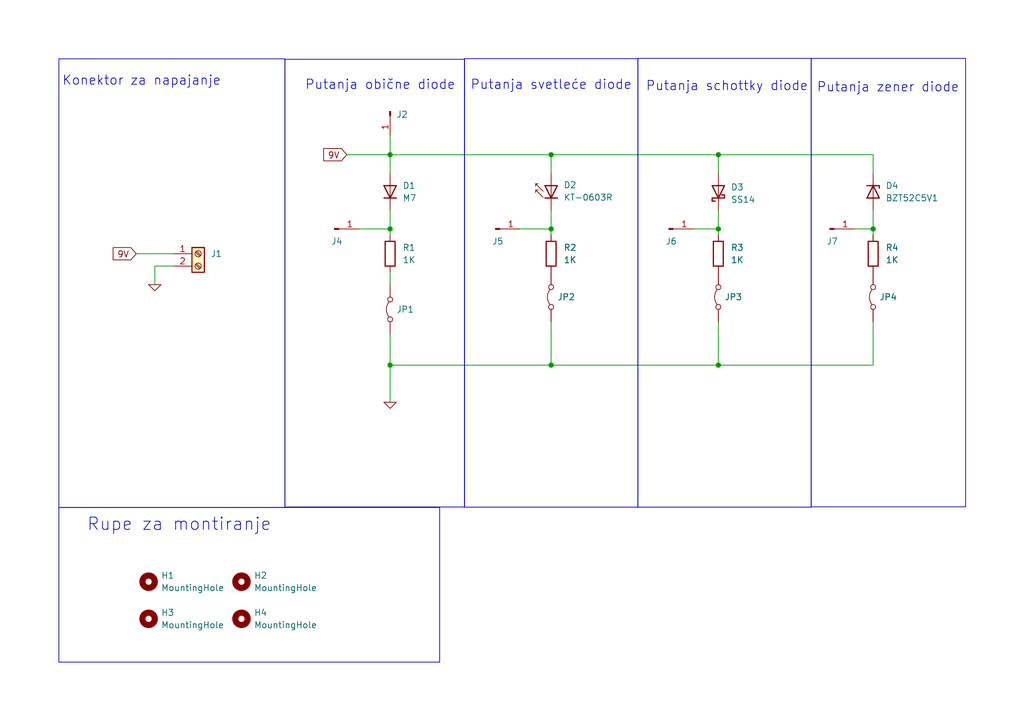
<source format=kicad_sch>
(kicad_sch
	(version 20250114)
	(generator "eeschema")
	(generator_version "9.0")
	(uuid "4bec5ddf-adbf-41fb-a069-c7630bb0044a")
	(paper "A5")
	(title_block
		(title "Diode")
		(rev "v1")
	)
	(lib_symbols
		(symbol "Connector:Conn_01x01_Pin"
			(pin_names
				(offset 1.016)
				(hide yes)
			)
			(exclude_from_sim no)
			(in_bom yes)
			(on_board yes)
			(property "Reference" "J"
				(at 0 2.54 0)
				(effects
					(font
						(size 1.27 1.27)
					)
				)
			)
			(property "Value" "Conn_01x01_Pin"
				(at 0 -2.54 0)
				(effects
					(font
						(size 1.27 1.27)
					)
				)
			)
			(property "Footprint" ""
				(at 0 0 0)
				(effects
					(font
						(size 1.27 1.27)
					)
					(hide yes)
				)
			)
			(property "Datasheet" "~"
				(at 0 0 0)
				(effects
					(font
						(size 1.27 1.27)
					)
					(hide yes)
				)
			)
			(property "Description" "Generic connector, single row, 01x01, script generated"
				(at 0 0 0)
				(effects
					(font
						(size 1.27 1.27)
					)
					(hide yes)
				)
			)
			(property "ki_locked" ""
				(at 0 0 0)
				(effects
					(font
						(size 1.27 1.27)
					)
				)
			)
			(property "ki_keywords" "connector"
				(at 0 0 0)
				(effects
					(font
						(size 1.27 1.27)
					)
					(hide yes)
				)
			)
			(property "ki_fp_filters" "Connector*:*_1x??_*"
				(at 0 0 0)
				(effects
					(font
						(size 1.27 1.27)
					)
					(hide yes)
				)
			)
			(symbol "Conn_01x01_Pin_1_1"
				(rectangle
					(start 0.8636 0.127)
					(end 0 -0.127)
					(stroke
						(width 0.1524)
						(type default)
					)
					(fill
						(type outline)
					)
				)
				(polyline
					(pts
						(xy 1.27 0) (xy 0.8636 0)
					)
					(stroke
						(width 0.1524)
						(type default)
					)
					(fill
						(type none)
					)
				)
				(pin passive line
					(at 5.08 0 180)
					(length 3.81)
					(name "Pin_1"
						(effects
							(font
								(size 1.27 1.27)
							)
						)
					)
					(number "1"
						(effects
							(font
								(size 1.27 1.27)
							)
						)
					)
				)
			)
			(embedded_fonts no)
		)
		(symbol "Connector:Screw_Terminal_01x02"
			(pin_names
				(offset 1.016)
				(hide yes)
			)
			(exclude_from_sim no)
			(in_bom yes)
			(on_board yes)
			(property "Reference" "J"
				(at 0 2.54 0)
				(effects
					(font
						(size 1.27 1.27)
					)
				)
			)
			(property "Value" "Screw_Terminal_01x02"
				(at 0 -5.08 0)
				(effects
					(font
						(size 1.27 1.27)
					)
				)
			)
			(property "Footprint" ""
				(at 0 0 0)
				(effects
					(font
						(size 1.27 1.27)
					)
					(hide yes)
				)
			)
			(property "Datasheet" "~"
				(at 0 0 0)
				(effects
					(font
						(size 1.27 1.27)
					)
					(hide yes)
				)
			)
			(property "Description" "Generic screw terminal, single row, 01x02, script generated (kicad-library-utils/schlib/autogen/connector/)"
				(at 0 0 0)
				(effects
					(font
						(size 1.27 1.27)
					)
					(hide yes)
				)
			)
			(property "ki_keywords" "screw terminal"
				(at 0 0 0)
				(effects
					(font
						(size 1.27 1.27)
					)
					(hide yes)
				)
			)
			(property "ki_fp_filters" "TerminalBlock*:*"
				(at 0 0 0)
				(effects
					(font
						(size 1.27 1.27)
					)
					(hide yes)
				)
			)
			(symbol "Screw_Terminal_01x02_1_1"
				(rectangle
					(start -1.27 1.27)
					(end 1.27 -3.81)
					(stroke
						(width 0.254)
						(type default)
					)
					(fill
						(type background)
					)
				)
				(polyline
					(pts
						(xy -0.5334 0.3302) (xy 0.3302 -0.508)
					)
					(stroke
						(width 0.1524)
						(type default)
					)
					(fill
						(type none)
					)
				)
				(polyline
					(pts
						(xy -0.5334 -2.2098) (xy 0.3302 -3.048)
					)
					(stroke
						(width 0.1524)
						(type default)
					)
					(fill
						(type none)
					)
				)
				(polyline
					(pts
						(xy -0.3556 0.508) (xy 0.508 -0.3302)
					)
					(stroke
						(width 0.1524)
						(type default)
					)
					(fill
						(type none)
					)
				)
				(polyline
					(pts
						(xy -0.3556 -2.032) (xy 0.508 -2.8702)
					)
					(stroke
						(width 0.1524)
						(type default)
					)
					(fill
						(type none)
					)
				)
				(circle
					(center 0 0)
					(radius 0.635)
					(stroke
						(width 0.1524)
						(type default)
					)
					(fill
						(type none)
					)
				)
				(circle
					(center 0 -2.54)
					(radius 0.635)
					(stroke
						(width 0.1524)
						(type default)
					)
					(fill
						(type none)
					)
				)
				(pin passive line
					(at -5.08 0 0)
					(length 3.81)
					(name "Pin_1"
						(effects
							(font
								(size 1.27 1.27)
							)
						)
					)
					(number "1"
						(effects
							(font
								(size 1.27 1.27)
							)
						)
					)
				)
				(pin passive line
					(at -5.08 -2.54 0)
					(length 3.81)
					(name "Pin_2"
						(effects
							(font
								(size 1.27 1.27)
							)
						)
					)
					(number "2"
						(effects
							(font
								(size 1.27 1.27)
							)
						)
					)
				)
			)
			(embedded_fonts no)
		)
		(symbol "Device:R"
			(pin_numbers
				(hide yes)
			)
			(pin_names
				(offset 0)
			)
			(exclude_from_sim no)
			(in_bom yes)
			(on_board yes)
			(property "Reference" "R"
				(at 2.032 0 90)
				(effects
					(font
						(size 1.27 1.27)
					)
				)
			)
			(property "Value" "R"
				(at 0 0 90)
				(effects
					(font
						(size 1.27 1.27)
					)
				)
			)
			(property "Footprint" ""
				(at -1.778 0 90)
				(effects
					(font
						(size 1.27 1.27)
					)
					(hide yes)
				)
			)
			(property "Datasheet" "~"
				(at 0 0 0)
				(effects
					(font
						(size 1.27 1.27)
					)
					(hide yes)
				)
			)
			(property "Description" "Resistor"
				(at 0 0 0)
				(effects
					(font
						(size 1.27 1.27)
					)
					(hide yes)
				)
			)
			(property "ki_keywords" "R res resistor"
				(at 0 0 0)
				(effects
					(font
						(size 1.27 1.27)
					)
					(hide yes)
				)
			)
			(property "ki_fp_filters" "R_*"
				(at 0 0 0)
				(effects
					(font
						(size 1.27 1.27)
					)
					(hide yes)
				)
			)
			(symbol "R_0_1"
				(rectangle
					(start -1.016 -2.54)
					(end 1.016 2.54)
					(stroke
						(width 0.254)
						(type default)
					)
					(fill
						(type none)
					)
				)
			)
			(symbol "R_1_1"
				(pin passive line
					(at 0 3.81 270)
					(length 1.27)
					(name "~"
						(effects
							(font
								(size 1.27 1.27)
							)
						)
					)
					(number "1"
						(effects
							(font
								(size 1.27 1.27)
							)
						)
					)
				)
				(pin passive line
					(at 0 -3.81 90)
					(length 1.27)
					(name "~"
						(effects
							(font
								(size 1.27 1.27)
							)
						)
					)
					(number "2"
						(effects
							(font
								(size 1.27 1.27)
							)
						)
					)
				)
			)
			(embedded_fonts no)
		)
		(symbol "Diode:1N4001"
			(pin_numbers
				(hide yes)
			)
			(pin_names
				(hide yes)
			)
			(exclude_from_sim no)
			(in_bom yes)
			(on_board yes)
			(property "Reference" "D"
				(at 0 2.54 0)
				(effects
					(font
						(size 1.27 1.27)
					)
				)
			)
			(property "Value" "1N4001"
				(at 0 -2.54 0)
				(effects
					(font
						(size 1.27 1.27)
					)
				)
			)
			(property "Footprint" "Diode_THT:D_DO-41_SOD81_P10.16mm_Horizontal"
				(at 0 0 0)
				(effects
					(font
						(size 1.27 1.27)
					)
					(hide yes)
				)
			)
			(property "Datasheet" "http://www.vishay.com/docs/88503/1n4001.pdf"
				(at 0 0 0)
				(effects
					(font
						(size 1.27 1.27)
					)
					(hide yes)
				)
			)
			(property "Description" "50V 1A General Purpose Rectifier Diode, DO-41"
				(at 0 0 0)
				(effects
					(font
						(size 1.27 1.27)
					)
					(hide yes)
				)
			)
			(property "Sim.Device" "D"
				(at 0 0 0)
				(effects
					(font
						(size 1.27 1.27)
					)
					(hide yes)
				)
			)
			(property "Sim.Pins" "1=K 2=A"
				(at 0 0 0)
				(effects
					(font
						(size 1.27 1.27)
					)
					(hide yes)
				)
			)
			(property "ki_keywords" "diode"
				(at 0 0 0)
				(effects
					(font
						(size 1.27 1.27)
					)
					(hide yes)
				)
			)
			(property "ki_fp_filters" "D*DO?41*"
				(at 0 0 0)
				(effects
					(font
						(size 1.27 1.27)
					)
					(hide yes)
				)
			)
			(symbol "1N4001_0_1"
				(polyline
					(pts
						(xy -1.27 1.27) (xy -1.27 -1.27)
					)
					(stroke
						(width 0.254)
						(type default)
					)
					(fill
						(type none)
					)
				)
				(polyline
					(pts
						(xy 1.27 1.27) (xy 1.27 -1.27) (xy -1.27 0) (xy 1.27 1.27)
					)
					(stroke
						(width 0.254)
						(type default)
					)
					(fill
						(type none)
					)
				)
				(polyline
					(pts
						(xy 1.27 0) (xy -1.27 0)
					)
					(stroke
						(width 0)
						(type default)
					)
					(fill
						(type none)
					)
				)
			)
			(symbol "1N4001_1_1"
				(pin passive line
					(at -3.81 0 0)
					(length 2.54)
					(name "K"
						(effects
							(font
								(size 1.27 1.27)
							)
						)
					)
					(number "1"
						(effects
							(font
								(size 1.27 1.27)
							)
						)
					)
				)
				(pin passive line
					(at 3.81 0 180)
					(length 2.54)
					(name "A"
						(effects
							(font
								(size 1.27 1.27)
							)
						)
					)
					(number "2"
						(effects
							(font
								(size 1.27 1.27)
							)
						)
					)
				)
			)
			(embedded_fonts no)
		)
		(symbol "Diode:1N5817"
			(pin_numbers
				(hide yes)
			)
			(pin_names
				(offset 1.016)
				(hide yes)
			)
			(exclude_from_sim no)
			(in_bom yes)
			(on_board yes)
			(property "Reference" "D"
				(at 0 2.54 0)
				(effects
					(font
						(size 1.27 1.27)
					)
				)
			)
			(property "Value" "1N5817"
				(at 0 -2.54 0)
				(effects
					(font
						(size 1.27 1.27)
					)
				)
			)
			(property "Footprint" "Diode_THT:D_DO-41_SOD81_P10.16mm_Horizontal"
				(at 0 -4.445 0)
				(effects
					(font
						(size 1.27 1.27)
					)
					(hide yes)
				)
			)
			(property "Datasheet" "http://www.vishay.com/docs/88525/1n5817.pdf"
				(at 0 0 0)
				(effects
					(font
						(size 1.27 1.27)
					)
					(hide yes)
				)
			)
			(property "Description" "20V 1A Schottky Barrier Rectifier Diode, DO-41"
				(at 0 0 0)
				(effects
					(font
						(size 1.27 1.27)
					)
					(hide yes)
				)
			)
			(property "ki_keywords" "diode Schottky"
				(at 0 0 0)
				(effects
					(font
						(size 1.27 1.27)
					)
					(hide yes)
				)
			)
			(property "ki_fp_filters" "D*DO?41*"
				(at 0 0 0)
				(effects
					(font
						(size 1.27 1.27)
					)
					(hide yes)
				)
			)
			(symbol "1N5817_0_1"
				(polyline
					(pts
						(xy -1.905 0.635) (xy -1.905 1.27) (xy -1.27 1.27) (xy -1.27 -1.27) (xy -0.635 -1.27) (xy -0.635 -0.635)
					)
					(stroke
						(width 0.254)
						(type default)
					)
					(fill
						(type none)
					)
				)
				(polyline
					(pts
						(xy 1.27 1.27) (xy 1.27 -1.27) (xy -1.27 0) (xy 1.27 1.27)
					)
					(stroke
						(width 0.254)
						(type default)
					)
					(fill
						(type none)
					)
				)
				(polyline
					(pts
						(xy 1.27 0) (xy -1.27 0)
					)
					(stroke
						(width 0)
						(type default)
					)
					(fill
						(type none)
					)
				)
			)
			(symbol "1N5817_1_1"
				(pin passive line
					(at -3.81 0 0)
					(length 2.54)
					(name "K"
						(effects
							(font
								(size 1.27 1.27)
							)
						)
					)
					(number "1"
						(effects
							(font
								(size 1.27 1.27)
							)
						)
					)
				)
				(pin passive line
					(at 3.81 0 180)
					(length 2.54)
					(name "A"
						(effects
							(font
								(size 1.27 1.27)
							)
						)
					)
					(number "2"
						(effects
							(font
								(size 1.27 1.27)
							)
						)
					)
				)
			)
			(embedded_fonts no)
		)
		(symbol "Diode:ZYxxx"
			(pin_numbers
				(hide yes)
			)
			(pin_names
				(hide yes)
			)
			(exclude_from_sim no)
			(in_bom yes)
			(on_board yes)
			(property "Reference" "D"
				(at 0 2.54 0)
				(effects
					(font
						(size 1.27 1.27)
					)
				)
			)
			(property "Value" "ZYxxx"
				(at 0 -2.54 0)
				(effects
					(font
						(size 1.27 1.27)
					)
				)
			)
			(property "Footprint" "Diode_THT:D_DO-41_SOD81_P10.16mm_Horizontal"
				(at 0 -4.445 0)
				(effects
					(font
						(size 1.27 1.27)
					)
					(hide yes)
				)
			)
			(property "Datasheet" "https://diotec.com/tl_files/diotec/files/pdf/datasheets/zy1"
				(at 0 0 0)
				(effects
					(font
						(size 1.27 1.27)
					)
					(hide yes)
				)
			)
			(property "Description" "2000mW Zener Diode, DO-41"
				(at 0 0 0)
				(effects
					(font
						(size 1.27 1.27)
					)
					(hide yes)
				)
			)
			(property "ki_keywords" "zener diode"
				(at 0 0 0)
				(effects
					(font
						(size 1.27 1.27)
					)
					(hide yes)
				)
			)
			(property "ki_fp_filters" "D*DO?41*"
				(at 0 0 0)
				(effects
					(font
						(size 1.27 1.27)
					)
					(hide yes)
				)
			)
			(symbol "ZYxxx_0_1"
				(polyline
					(pts
						(xy -1.27 -1.27) (xy -1.27 1.27) (xy -0.762 1.27)
					)
					(stroke
						(width 0.254)
						(type default)
					)
					(fill
						(type none)
					)
				)
				(polyline
					(pts
						(xy 1.27 0) (xy -1.27 0)
					)
					(stroke
						(width 0)
						(type default)
					)
					(fill
						(type none)
					)
				)
				(polyline
					(pts
						(xy 1.27 -1.27) (xy 1.27 1.27) (xy -1.27 0) (xy 1.27 -1.27)
					)
					(stroke
						(width 0.254)
						(type default)
					)
					(fill
						(type none)
					)
				)
			)
			(symbol "ZYxxx_1_1"
				(pin passive line
					(at -3.81 0 0)
					(length 2.54)
					(name "K"
						(effects
							(font
								(size 1.27 1.27)
							)
						)
					)
					(number "1"
						(effects
							(font
								(size 1.27 1.27)
							)
						)
					)
				)
				(pin passive line
					(at 3.81 0 180)
					(length 2.54)
					(name "A"
						(effects
							(font
								(size 1.27 1.27)
							)
						)
					)
					(number "2"
						(effects
							(font
								(size 1.27 1.27)
							)
						)
					)
				)
			)
			(embedded_fonts no)
		)
		(symbol "Jumper:Jumper_2_Bridged"
			(pin_numbers
				(hide yes)
			)
			(pin_names
				(offset 0)
				(hide yes)
			)
			(exclude_from_sim yes)
			(in_bom yes)
			(on_board yes)
			(property "Reference" "JP"
				(at 0 1.905 0)
				(effects
					(font
						(size 1.27 1.27)
					)
				)
			)
			(property "Value" "Jumper_2_Bridged"
				(at 0 -2.54 0)
				(effects
					(font
						(size 1.27 1.27)
					)
				)
			)
			(property "Footprint" ""
				(at 0 0 0)
				(effects
					(font
						(size 1.27 1.27)
					)
					(hide yes)
				)
			)
			(property "Datasheet" "~"
				(at 0 0 0)
				(effects
					(font
						(size 1.27 1.27)
					)
					(hide yes)
				)
			)
			(property "Description" "Jumper, 2-pole, closed/bridged"
				(at 0 0 0)
				(effects
					(font
						(size 1.27 1.27)
					)
					(hide yes)
				)
			)
			(property "ki_keywords" "Jumper SPST"
				(at 0 0 0)
				(effects
					(font
						(size 1.27 1.27)
					)
					(hide yes)
				)
			)
			(property "ki_fp_filters" "Jumper* TestPoint*2Pads* TestPoint*Bridge*"
				(at 0 0 0)
				(effects
					(font
						(size 1.27 1.27)
					)
					(hide yes)
				)
			)
			(symbol "Jumper_2_Bridged_0_0"
				(circle
					(center -2.032 0)
					(radius 0.508)
					(stroke
						(width 0)
						(type default)
					)
					(fill
						(type none)
					)
				)
				(circle
					(center 2.032 0)
					(radius 0.508)
					(stroke
						(width 0)
						(type default)
					)
					(fill
						(type none)
					)
				)
			)
			(symbol "Jumper_2_Bridged_0_1"
				(arc
					(start -1.524 0.254)
					(mid 0 0.762)
					(end 1.524 0.254)
					(stroke
						(width 0)
						(type default)
					)
					(fill
						(type none)
					)
				)
			)
			(symbol "Jumper_2_Bridged_1_1"
				(pin passive line
					(at -5.08 0 0)
					(length 2.54)
					(name "A"
						(effects
							(font
								(size 1.27 1.27)
							)
						)
					)
					(number "1"
						(effects
							(font
								(size 1.27 1.27)
							)
						)
					)
				)
				(pin passive line
					(at 5.08 0 180)
					(length 2.54)
					(name "B"
						(effects
							(font
								(size 1.27 1.27)
							)
						)
					)
					(number "2"
						(effects
							(font
								(size 1.27 1.27)
							)
						)
					)
				)
			)
			(embedded_fonts no)
		)
		(symbol "LED:SFH4346"
			(pin_numbers
				(hide yes)
			)
			(pin_names
				(offset 1.016)
				(hide yes)
			)
			(exclude_from_sim no)
			(in_bom yes)
			(on_board yes)
			(property "Reference" "D"
				(at 0.508 1.778 0)
				(effects
					(font
						(size 1.27 1.27)
					)
					(justify left)
				)
			)
			(property "Value" "SFH4346"
				(at -1.016 -2.794 0)
				(effects
					(font
						(size 1.27 1.27)
					)
				)
			)
			(property "Footprint" "LED_THT:LED_D3.0mm_IRBlack"
				(at 0 4.445 0)
				(effects
					(font
						(size 1.27 1.27)
					)
					(hide yes)
				)
			)
			(property "Datasheet" "http://cdn-reichelt.de/documents/datenblatt/A500/SFH4346.pdf"
				(at -1.27 0 0)
				(effects
					(font
						(size 1.27 1.27)
					)
					(hide yes)
				)
			)
			(property "Description" "Infrared LED , 3mm LED package"
				(at 0 0 0)
				(effects
					(font
						(size 1.27 1.27)
					)
					(hide yes)
				)
			)
			(property "ki_keywords" "opto IR LED"
				(at 0 0 0)
				(effects
					(font
						(size 1.27 1.27)
					)
					(hide yes)
				)
			)
			(property "ki_fp_filters" "LED*3.0mm*IRBlack*"
				(at 0 0 0)
				(effects
					(font
						(size 1.27 1.27)
					)
					(hide yes)
				)
			)
			(symbol "SFH4346_0_1"
				(polyline
					(pts
						(xy -2.54 1.27) (xy -2.54 -1.27)
					)
					(stroke
						(width 0.254)
						(type default)
					)
					(fill
						(type none)
					)
				)
				(polyline
					(pts
						(xy -2.413 1.651) (xy -0.889 3.175) (xy -0.889 2.667) (xy -0.889 3.175) (xy -1.397 3.175)
					)
					(stroke
						(width 0)
						(type default)
					)
					(fill
						(type none)
					)
				)
				(polyline
					(pts
						(xy -1.143 1.651) (xy 0.381 3.175) (xy 0.381 2.667)
					)
					(stroke
						(width 0)
						(type default)
					)
					(fill
						(type none)
					)
				)
				(polyline
					(pts
						(xy 0 1.27) (xy -2.54 0) (xy 0 -1.27) (xy 0 1.27)
					)
					(stroke
						(width 0.254)
						(type default)
					)
					(fill
						(type none)
					)
				)
				(polyline
					(pts
						(xy 0 0) (xy -2.54 0)
					)
					(stroke
						(width 0)
						(type default)
					)
					(fill
						(type none)
					)
				)
				(polyline
					(pts
						(xy 0.381 3.175) (xy -0.127 3.175)
					)
					(stroke
						(width 0)
						(type default)
					)
					(fill
						(type none)
					)
				)
			)
			(symbol "SFH4346_1_1"
				(pin passive line
					(at -5.08 0 0)
					(length 2.54)
					(name "K"
						(effects
							(font
								(size 1.27 1.27)
							)
						)
					)
					(number "1"
						(effects
							(font
								(size 1.27 1.27)
							)
						)
					)
				)
				(pin passive line
					(at 2.54 0 180)
					(length 2.54)
					(name "A"
						(effects
							(font
								(size 1.27 1.27)
							)
						)
					)
					(number "2"
						(effects
							(font
								(size 1.27 1.27)
							)
						)
					)
				)
			)
			(embedded_fonts no)
		)
		(symbol "Mechanical:MountingHole"
			(pin_names
				(offset 1.016)
			)
			(exclude_from_sim no)
			(in_bom yes)
			(on_board yes)
			(property "Reference" "H"
				(at 0 5.08 0)
				(effects
					(font
						(size 1.27 1.27)
					)
				)
			)
			(property "Value" "MountingHole"
				(at 0 3.175 0)
				(effects
					(font
						(size 1.27 1.27)
					)
				)
			)
			(property "Footprint" ""
				(at 0 0 0)
				(effects
					(font
						(size 1.27 1.27)
					)
					(hide yes)
				)
			)
			(property "Datasheet" "~"
				(at 0 0 0)
				(effects
					(font
						(size 1.27 1.27)
					)
					(hide yes)
				)
			)
			(property "Description" "Mounting Hole without connection"
				(at 0 0 0)
				(effects
					(font
						(size 1.27 1.27)
					)
					(hide yes)
				)
			)
			(property "ki_keywords" "mounting hole"
				(at 0 0 0)
				(effects
					(font
						(size 1.27 1.27)
					)
					(hide yes)
				)
			)
			(property "ki_fp_filters" "MountingHole*"
				(at 0 0 0)
				(effects
					(font
						(size 1.27 1.27)
					)
					(hide yes)
				)
			)
			(symbol "MountingHole_0_1"
				(circle
					(center 0 0)
					(radius 1.27)
					(stroke
						(width 1.27)
						(type default)
					)
					(fill
						(type none)
					)
				)
			)
			(embedded_fonts no)
		)
		(symbol "Simulation_SPICE:0"
			(power)
			(pin_names
				(offset 0)
			)
			(exclude_from_sim no)
			(in_bom yes)
			(on_board yes)
			(property "Reference" "#GND"
				(at 0 -2.54 0)
				(effects
					(font
						(size 1.27 1.27)
					)
					(hide yes)
				)
			)
			(property "Value" "0"
				(at 0 -1.778 0)
				(effects
					(font
						(size 1.27 1.27)
					)
				)
			)
			(property "Footprint" ""
				(at 0 0 0)
				(effects
					(font
						(size 1.27 1.27)
					)
					(hide yes)
				)
			)
			(property "Datasheet" "~"
				(at 0 0 0)
				(effects
					(font
						(size 1.27 1.27)
					)
					(hide yes)
				)
			)
			(property "Description" "0V reference potential for simulation"
				(at 0 0 0)
				(effects
					(font
						(size 1.27 1.27)
					)
					(hide yes)
				)
			)
			(property "ki_keywords" "simulation"
				(at 0 0 0)
				(effects
					(font
						(size 1.27 1.27)
					)
					(hide yes)
				)
			)
			(symbol "0_0_1"
				(polyline
					(pts
						(xy -1.27 0) (xy 0 -1.27) (xy 1.27 0) (xy -1.27 0)
					)
					(stroke
						(width 0)
						(type default)
					)
					(fill
						(type none)
					)
				)
			)
			(symbol "0_1_1"
				(pin power_in line
					(at 0 0 0)
					(length 0)
					(hide yes)
					(name "0"
						(effects
							(font
								(size 1.016 1.016)
							)
						)
					)
					(number "1"
						(effects
							(font
								(size 1.016 1.016)
							)
						)
					)
				)
			)
			(embedded_fonts no)
		)
	)
	(rectangle
		(start 166.37 11.9762)
		(end 198.0344 104.0175)
		(stroke
			(width 0)
			(type default)
		)
		(fill
			(type none)
		)
		(uuid 26fca81f-fb14-46b7-9178-cc485d5c1ed9)
	)
	(rectangle
		(start 12.065 12.065)
		(end 58.42 104.14)
		(stroke
			(width 0)
			(type default)
		)
		(fill
			(type none)
		)
		(uuid 38749e43-3110-4f59-8ac6-76775dd37de5)
	)
	(rectangle
		(start 58.42 12.1612)
		(end 95.25 104.0456)
		(stroke
			(width 0)
			(type default)
		)
		(fill
			(type none)
		)
		(uuid 69d372e5-e605-49fc-a60b-f35e7e03c8ff)
	)
	(rectangle
		(start 12.065 104.14)
		(end 90.17 135.89)
		(stroke
			(width 0)
			(type default)
		)
		(fill
			(type none)
		)
		(uuid 81b9c5dc-703e-43b5-ad34-0becdc64748b)
	)
	(rectangle
		(start 130.81 11.9768)
		(end 166.37 104.0779)
		(stroke
			(width 0)
			(type default)
		)
		(fill
			(type none)
		)
		(uuid 8c0e6e28-37fc-4260-a6d0-b5113d512add)
	)
	(rectangle
		(start 95.25 12.0372)
		(end 130.81 104.078)
		(stroke
			(width 0)
			(type default)
		)
		(fill
			(type none)
		)
		(uuid ef8d34b2-a3b0-455e-805d-2daf30e90a40)
	)
	(text "Rupe za montiranje\n"
		(exclude_from_sim no)
		(at 17.78 109.22 0)
		(effects
			(font
				(size 2.54 2.54)
			)
			(justify left bottom)
		)
		(uuid "2a4bf67d-83bf-4c30-a6e3-5f60222c600a")
	)
	(text "Putanja svetleće diode\n"
		(exclude_from_sim no)
		(at 113.03 17.526 0)
		(effects
			(font
				(size 1.905 1.905)
			)
		)
		(uuid "477dfe96-8c91-4617-8ff3-785788e7b29f")
	)
	(text "Konektor za napajanje"
		(exclude_from_sim no)
		(at 12.7 17.78 0)
		(effects
			(font
				(size 1.905 1.905)
			)
			(justify left bottom)
		)
		(uuid "7adc5d2b-b8ad-46b4-be92-74dfb29a0d16")
	)
	(text "Putanja obične diode\n"
		(exclude_from_sim no)
		(at 77.978 17.526 0)
		(effects
			(font
				(size 1.905 1.905)
			)
		)
		(uuid "92a3e777-e6d7-4986-b0bb-ac5058a9dc98")
	)
	(text "Putanja schottky diode"
		(exclude_from_sim no)
		(at 149.098 17.78 0)
		(effects
			(font
				(size 1.905 1.905)
			)
		)
		(uuid "ee343431-ef1a-48ae-a3b9-8db651b23cad")
	)
	(text "Putanja zener diode\n"
		(exclude_from_sim no)
		(at 182.118 18.034 0)
		(effects
			(font
				(size 1.905 1.905)
			)
		)
		(uuid "f63e73a4-2ba8-4411-883c-d9df0effbfed")
	)
	(junction
		(at 80.01 74.93)
		(diameter 0)
		(color 0 0 0 0)
		(uuid "3adc398e-577a-42a5-981b-80137275eec3")
	)
	(junction
		(at 147.32 31.75)
		(diameter 0)
		(color 0 0 0 0)
		(uuid "4f998f20-9f32-4db5-ba9a-81a96d48613c")
	)
	(junction
		(at 113.03 31.75)
		(diameter 0)
		(color 0 0 0 0)
		(uuid "5204b401-020a-49cc-9677-3e25530467e8")
	)
	(junction
		(at 113.03 46.99)
		(diameter 0)
		(color 0 0 0 0)
		(uuid "77cef117-c5c8-49e3-9f12-2bac9df7b080")
	)
	(junction
		(at 80.01 46.99)
		(diameter 0)
		(color 0 0 0 0)
		(uuid "daa0746a-fbba-46b7-b1d6-31be6fab1bd0")
	)
	(junction
		(at 147.32 74.93)
		(diameter 0)
		(color 0 0 0 0)
		(uuid "dbf65f2d-527e-42b4-907d-5522fd117d60")
	)
	(junction
		(at 80.01 31.75)
		(diameter 0)
		(color 0 0 0 0)
		(uuid "dcaf6350-ebc2-4f7e-b4d0-01ffb893b37f")
	)
	(junction
		(at 147.32 46.99)
		(diameter 0)
		(color 0 0 0 0)
		(uuid "e4034497-7eb2-4a17-81b2-273d846d316a")
	)
	(junction
		(at 113.03 74.93)
		(diameter 0)
		(color 0 0 0 0)
		(uuid "e4745929-a6f3-47bb-b214-a59b16d6064b")
	)
	(junction
		(at 179.07 46.99)
		(diameter 0)
		(color 0 0 0 0)
		(uuid "f7fcaafe-22b7-4d20-a7b9-51fbd47a4a7b")
	)
	(wire
		(pts
			(xy 179.07 31.75) (xy 179.07 35.56)
		)
		(stroke
			(width 0)
			(type default)
		)
		(uuid "0971bfd5-a079-40e9-be88-0f3539694ab9")
	)
	(wire
		(pts
			(xy 80.01 43.18) (xy 80.01 46.99)
		)
		(stroke
			(width 0)
			(type default)
		)
		(uuid "12c54fd6-6738-4918-8bbc-3d14e4f063c4")
	)
	(wire
		(pts
			(xy 31.75 54.61) (xy 35.56 54.61)
		)
		(stroke
			(width 0)
			(type default)
		)
		(uuid "1e5d4251-064b-45dc-871d-41dd0743c270")
	)
	(wire
		(pts
			(xy 113.03 31.75) (xy 113.03 35.56)
		)
		(stroke
			(width 0)
			(type default)
		)
		(uuid "25705268-3611-49f5-9bb4-c9e4677536d2")
	)
	(wire
		(pts
			(xy 80.01 27.94) (xy 80.01 31.75)
		)
		(stroke
			(width 0)
			(type default)
		)
		(uuid "28c90e38-3a23-4afa-8a1a-e0dcecab0816")
	)
	(wire
		(pts
			(xy 175.26 46.99) (xy 179.07 46.99)
		)
		(stroke
			(width 0)
			(type default)
		)
		(uuid "2cb4bd5c-638e-4ec1-aba0-b656d5a4c22e")
	)
	(wire
		(pts
			(xy 147.32 31.75) (xy 147.32 35.56)
		)
		(stroke
			(width 0)
			(type default)
		)
		(uuid "30386e33-d5da-4185-a642-10bf179df8d2")
	)
	(wire
		(pts
			(xy 80.01 68.58) (xy 80.01 74.93)
		)
		(stroke
			(width 0)
			(type default)
		)
		(uuid "36197612-a4a4-4a3e-83df-d1a0e3fc8e7c")
	)
	(wire
		(pts
			(xy 73.66 46.99) (xy 80.01 46.99)
		)
		(stroke
			(width 0)
			(type default)
		)
		(uuid "3f132619-3abf-4fbd-a273-daed87ece1c2")
	)
	(wire
		(pts
			(xy 80.01 46.99) (xy 80.01 48.26)
		)
		(stroke
			(width 0)
			(type default)
		)
		(uuid "44e51f3d-cb3c-4c60-88cd-93b087eb8829")
	)
	(wire
		(pts
			(xy 113.03 43.18) (xy 113.03 46.99)
		)
		(stroke
			(width 0)
			(type default)
		)
		(uuid "4c401919-3232-404d-8e48-2f9f4616832e")
	)
	(wire
		(pts
			(xy 35.56 52.07) (xy 27.94 52.07)
		)
		(stroke
			(width 0)
			(type default)
		)
		(uuid "5ee097a4-201c-4fc3-b7b3-1c647e24d67b")
	)
	(wire
		(pts
			(xy 31.75 54.61) (xy 31.75 58.42)
		)
		(stroke
			(width 0)
			(type default)
		)
		(uuid "654194b6-c984-4ad6-b388-8ac8aa8f331f")
	)
	(wire
		(pts
			(xy 113.03 31.75) (xy 147.32 31.75)
		)
		(stroke
			(width 0)
			(type default)
		)
		(uuid "70f0278e-4a50-4c14-b749-628fd4ef9ad9")
	)
	(wire
		(pts
			(xy 179.07 66.04) (xy 179.07 74.93)
		)
		(stroke
			(width 0)
			(type default)
		)
		(uuid "7ce61853-2b09-43b9-adce-d566abe74aee")
	)
	(wire
		(pts
			(xy 179.07 48.26) (xy 179.07 46.99)
		)
		(stroke
			(width 0)
			(type default)
		)
		(uuid "7f1deda3-bce9-48a3-bcbd-eaa5219a078e")
	)
	(wire
		(pts
			(xy 80.01 55.88) (xy 80.01 58.42)
		)
		(stroke
			(width 0)
			(type default)
		)
		(uuid "7fdb73f1-31cc-4e7a-a012-9b7ce586e010")
	)
	(wire
		(pts
			(xy 80.01 74.93) (xy 113.03 74.93)
		)
		(stroke
			(width 0)
			(type default)
		)
		(uuid "834c7616-fd95-4dfb-81f3-20795c947f7a")
	)
	(wire
		(pts
			(xy 113.03 74.93) (xy 147.32 74.93)
		)
		(stroke
			(width 0)
			(type default)
		)
		(uuid "836ca3bb-dcbd-444c-8400-6b6673621f8c")
	)
	(wire
		(pts
			(xy 147.32 66.04) (xy 147.32 74.93)
		)
		(stroke
			(width 0)
			(type default)
		)
		(uuid "838acc33-27d1-4eb0-81a8-f9b46dac5d42")
	)
	(wire
		(pts
			(xy 80.01 31.75) (xy 113.03 31.75)
		)
		(stroke
			(width 0)
			(type default)
		)
		(uuid "839acee4-60ab-4154-adcb-f5d0b9678700")
	)
	(wire
		(pts
			(xy 113.03 48.26) (xy 113.03 46.99)
		)
		(stroke
			(width 0)
			(type default)
		)
		(uuid "8bfbce2d-3a71-465c-9a25-4780e6ef5ee3")
	)
	(wire
		(pts
			(xy 142.24 46.99) (xy 147.32 46.99)
		)
		(stroke
			(width 0)
			(type default)
		)
		(uuid "9c4360db-0f64-4170-9de4-dd1b5e4d0994")
	)
	(wire
		(pts
			(xy 113.03 66.04) (xy 113.03 74.93)
		)
		(stroke
			(width 0)
			(type default)
		)
		(uuid "9d24d72c-1542-4342-b6d1-cc2f33dfa300")
	)
	(wire
		(pts
			(xy 179.07 43.18) (xy 179.07 46.99)
		)
		(stroke
			(width 0)
			(type default)
		)
		(uuid "9d947009-3f03-4170-a61f-371ecd9e277c")
	)
	(wire
		(pts
			(xy 106.68 46.99) (xy 113.03 46.99)
		)
		(stroke
			(width 0)
			(type default)
		)
		(uuid "a33858b4-d302-402b-8268-10afcd484271")
	)
	(wire
		(pts
			(xy 147.32 74.93) (xy 179.07 74.93)
		)
		(stroke
			(width 0)
			(type default)
		)
		(uuid "a4421b29-c53b-4f21-955a-f1cd13566aa9")
	)
	(wire
		(pts
			(xy 147.32 48.26) (xy 147.32 46.99)
		)
		(stroke
			(width 0)
			(type default)
		)
		(uuid "a5de76a0-e4de-44c6-a407-5ea65728a722")
	)
	(wire
		(pts
			(xy 71.12 31.75) (xy 80.01 31.75)
		)
		(stroke
			(width 0)
			(type default)
		)
		(uuid "b80e14a1-2e57-4ba5-959f-66d431bed2c4")
	)
	(wire
		(pts
			(xy 147.32 43.18) (xy 147.32 46.99)
		)
		(stroke
			(width 0)
			(type default)
		)
		(uuid "ccef7bfb-f1f9-4f07-967e-d2fd7ace3bac")
	)
	(wire
		(pts
			(xy 80.01 31.75) (xy 80.01 35.56)
		)
		(stroke
			(width 0)
			(type default)
		)
		(uuid "d149850f-bbc8-446c-995a-8b81f39dd1ea")
	)
	(wire
		(pts
			(xy 80.01 74.93) (xy 80.01 82.55)
		)
		(stroke
			(width 0)
			(type default)
		)
		(uuid "d50bee80-dea2-4e5f-bd5c-2c41a44a5de2")
	)
	(wire
		(pts
			(xy 147.32 31.75) (xy 179.07 31.75)
		)
		(stroke
			(width 0)
			(type default)
		)
		(uuid "f708bc01-39d4-4ef2-b3a1-2d35dc337b37")
	)
	(global_label "9V"
		(shape input)
		(at 71.12 31.75 180)
		(fields_autoplaced yes)
		(effects
			(font
				(size 1.27 1.27)
			)
			(justify right)
		)
		(uuid "404d5309-2482-4f95-91f8-194f59ad7c4f")
		(property "Intersheetrefs" "${INTERSHEET_REFS}"
			(at 65.8367 31.75 0)
			(effects
				(font
					(size 1.27 1.27)
				)
				(justify right)
				(hide yes)
			)
		)
	)
	(global_label "9V"
		(shape input)
		(at 27.94 52.07 180)
		(fields_autoplaced yes)
		(effects
			(font
				(size 1.27 1.27)
			)
			(justify right)
		)
		(uuid "f557f870-6070-47b0-86b6-441073acc03c")
		(property "Intersheetrefs" "${INTERSHEET_REFS}"
			(at 22.6567 52.07 0)
			(effects
				(font
					(size 1.27 1.27)
				)
				(justify right)
				(hide yes)
			)
		)
	)
	(symbol
		(lib_id "Mechanical:MountingHole")
		(at 30.48 127 0)
		(unit 1)
		(exclude_from_sim no)
		(in_bom yes)
		(on_board yes)
		(dnp no)
		(fields_autoplaced yes)
		(uuid "0c3764e9-1df8-4553-89ea-56bfbfbc7b81")
		(property "Reference" "H3"
			(at 33.02 125.73 0)
			(effects
				(font
					(size 1.27 1.27)
				)
				(justify left)
			)
		)
		(property "Value" "MountingHole"
			(at 33.02 128.27 0)
			(effects
				(font
					(size 1.27 1.27)
				)
				(justify left)
			)
		)
		(property "Footprint" "MountingHole:MountingHole_3.2mm_M3_ISO14580_Pad_TopBottom"
			(at 30.48 127 0)
			(effects
				(font
					(size 1.27 1.27)
				)
				(hide yes)
			)
		)
		(property "Datasheet" "~"
			(at 30.48 127 0)
			(effects
				(font
					(size 1.27 1.27)
				)
				(hide yes)
			)
		)
		(property "Description" ""
			(at 30.48 127 0)
			(effects
				(font
					(size 1.27 1.27)
				)
				(hide yes)
			)
		)
		(instances
			(project "001_naponski_razdelnik"
				(path "/4bec5ddf-adbf-41fb-a069-c7630bb0044a"
					(reference "H3")
					(unit 1)
				)
			)
		)
	)
	(symbol
		(lib_id "Jumper:Jumper_2_Bridged")
		(at 179.07 60.96 90)
		(unit 1)
		(exclude_from_sim yes)
		(in_bom yes)
		(on_board yes)
		(dnp no)
		(fields_autoplaced yes)
		(uuid "1e73e32c-015d-45eb-ac1b-c7aa9f6bdb80")
		(property "Reference" "JP4"
			(at 180.34 60.9599 90)
			(effects
				(font
					(size 1.27 1.27)
				)
				(justify right)
			)
		)
		(property "Value" "Jumper_2_Bridged"
			(at 180.34 62.2299 90)
			(effects
				(font
					(size 1.27 1.27)
				)
				(justify right)
				(hide yes)
			)
		)
		(property "Footprint" "Connector_PinHeader_2.54mm:PinHeader_1x02_P2.54mm_Vertical"
			(at 179.07 60.96 0)
			(effects
				(font
					(size 1.27 1.27)
				)
				(hide yes)
			)
		)
		(property "Datasheet" "~"
			(at 179.07 60.96 0)
			(effects
				(font
					(size 1.27 1.27)
				)
				(hide yes)
			)
		)
		(property "Description" "Jumper, 2-pole, closed/bridged"
			(at 179.07 60.96 0)
			(effects
				(font
					(size 1.27 1.27)
				)
				(hide yes)
			)
		)
		(pin "1"
			(uuid "dfee440b-daea-4973-9124-0c687ef3b7bc")
		)
		(pin "2"
			(uuid "19614de5-497c-4b26-b751-410c5f848d71")
		)
		(instances
			(project "PEP001-V1-naponski_razdelnik"
				(path "/4bec5ddf-adbf-41fb-a069-c7630bb0044a"
					(reference "JP4")
					(unit 1)
				)
			)
		)
	)
	(symbol
		(lib_id "Device:R")
		(at 179.07 52.07 180)
		(unit 1)
		(exclude_from_sim no)
		(in_bom yes)
		(on_board yes)
		(dnp no)
		(fields_autoplaced yes)
		(uuid "37873bbf-56b5-4088-90ec-0d1776ec37f2")
		(property "Reference" "R4"
			(at 181.61 50.7999 0)
			(effects
				(font
					(size 1.27 1.27)
				)
				(justify right)
			)
		)
		(property "Value" "1K"
			(at 181.61 53.3399 0)
			(effects
				(font
					(size 1.27 1.27)
				)
				(justify right)
			)
		)
		(property "Footprint" "Resistor_SMD:R_1206_3216Metric"
			(at 180.848 52.07 90)
			(effects
				(font
					(size 1.27 1.27)
				)
				(hide yes)
			)
		)
		(property "Datasheet" "~"
			(at 179.07 52.07 0)
			(effects
				(font
					(size 1.27 1.27)
				)
				(hide yes)
			)
		)
		(property "Description" "Resistor"
			(at 179.07 52.07 0)
			(effects
				(font
					(size 1.27 1.27)
				)
				(hide yes)
			)
		)
		(property "LCSC" "C4410"
			(at 179.07 52.07 0)
			(effects
				(font
					(size 1.27 1.27)
				)
				(hide yes)
			)
		)
		(pin "1"
			(uuid "cab94280-156a-4b26-bda1-a81eab49b7c3")
		)
		(pin "2"
			(uuid "caa840ea-dfc1-4f21-89d7-12cd0edfc863")
		)
		(instances
			(project "PEP001-V1-naponski_razdelnik"
				(path "/4bec5ddf-adbf-41fb-a069-c7630bb0044a"
					(reference "R4")
					(unit 1)
				)
			)
		)
	)
	(symbol
		(lib_id "Connector:Screw_Terminal_01x02")
		(at 40.64 52.07 0)
		(unit 1)
		(exclude_from_sim yes)
		(in_bom yes)
		(on_board yes)
		(dnp no)
		(uuid "45364a6e-544b-4694-81d4-74b98dc02c1e")
		(property "Reference" "J1"
			(at 43.18 52.07 0)
			(effects
				(font
					(size 1.27 1.27)
				)
				(justify left)
			)
		)
		(property "Value" "Screw_Terminal_01x02"
			(at 43.18 54.61 0)
			(effects
				(font
					(size 1.27 1.27)
				)
				(justify left)
				(hide yes)
			)
		)
		(property "Footprint" "PEP:TerminalBlock_Phoenix_MKDS-1,5-2-5.08_1x02_P5.08mm_Horizontal"
			(at 40.64 52.07 0)
			(effects
				(font
					(size 1.27 1.27)
				)
				(hide yes)
			)
		)
		(property "Datasheet" "~"
			(at 40.64 52.07 0)
			(effects
				(font
					(size 1.27 1.27)
				)
				(hide yes)
			)
		)
		(property "Description" ""
			(at 40.64 52.07 0)
			(effects
				(font
					(size 1.27 1.27)
				)
				(hide yes)
			)
		)
		(pin "1"
			(uuid "47170e2e-fb57-4092-8466-8b037f490e80")
		)
		(pin "2"
			(uuid "a2ae4514-8540-4a08-baf5-eaa275955b29")
		)
		(instances
			(project "001_naponski_razdelnik"
				(path "/4bec5ddf-adbf-41fb-a069-c7630bb0044a"
					(reference "J1")
					(unit 1)
				)
			)
		)
	)
	(symbol
		(lib_id "Connector:Conn_01x01_Pin")
		(at 170.18 46.99 0)
		(unit 1)
		(exclude_from_sim no)
		(in_bom yes)
		(on_board yes)
		(dnp no)
		(uuid "4808a406-aa71-4c9b-8d10-aa26c049c71d")
		(property "Reference" "J7"
			(at 170.688 49.53 0)
			(effects
				(font
					(size 1.27 1.27)
				)
			)
		)
		(property "Value" "Conn_01x01_Pin"
			(at 170.815 49.53 0)
			(effects
				(font
					(size 1.27 1.27)
				)
				(hide yes)
			)
		)
		(property "Footprint" "Connector_PinHeader_2.54mm:PinHeader_1x01_P2.54mm_Vertical"
			(at 170.18 46.99 0)
			(effects
				(font
					(size 1.27 1.27)
				)
				(hide yes)
			)
		)
		(property "Datasheet" "~"
			(at 170.18 46.99 0)
			(effects
				(font
					(size 1.27 1.27)
				)
				(hide yes)
			)
		)
		(property "Description" "Generic connector, single row, 01x01, script generated"
			(at 170.18 46.99 0)
			(effects
				(font
					(size 1.27 1.27)
				)
				(hide yes)
			)
		)
		(pin "1"
			(uuid "10887b91-4250-4fb5-99d0-2a46ad1828db")
		)
		(instances
			(project "PEP010-V1-Diode"
				(path "/4bec5ddf-adbf-41fb-a069-c7630bb0044a"
					(reference "J7")
					(unit 1)
				)
			)
		)
	)
	(symbol
		(lib_id "Device:R")
		(at 147.32 52.07 180)
		(unit 1)
		(exclude_from_sim no)
		(in_bom yes)
		(on_board yes)
		(dnp no)
		(fields_autoplaced yes)
		(uuid "593a9502-b2c7-4f0d-91b0-ddc34a884a86")
		(property "Reference" "R3"
			(at 149.86 50.7999 0)
			(effects
				(font
					(size 1.27 1.27)
				)
				(justify right)
			)
		)
		(property "Value" "1K"
			(at 149.86 53.3399 0)
			(effects
				(font
					(size 1.27 1.27)
				)
				(justify right)
			)
		)
		(property "Footprint" "Resistor_SMD:R_1206_3216Metric"
			(at 149.098 52.07 90)
			(effects
				(font
					(size 1.27 1.27)
				)
				(hide yes)
			)
		)
		(property "Datasheet" "~"
			(at 147.32 52.07 0)
			(effects
				(font
					(size 1.27 1.27)
				)
				(hide yes)
			)
		)
		(property "Description" "Resistor"
			(at 147.32 52.07 0)
			(effects
				(font
					(size 1.27 1.27)
				)
				(hide yes)
			)
		)
		(property "LCSC" "C4410"
			(at 147.32 52.07 0)
			(effects
				(font
					(size 1.27 1.27)
				)
				(hide yes)
			)
		)
		(pin "1"
			(uuid "1358729f-d973-4b66-8f9d-8b3b7fecc09a")
		)
		(pin "2"
			(uuid "de67b1b0-a497-47e4-8189-2fa09bbd403f")
		)
		(instances
			(project "PEP001-V1-naponski_razdelnik"
				(path "/4bec5ddf-adbf-41fb-a069-c7630bb0044a"
					(reference "R3")
					(unit 1)
				)
			)
		)
	)
	(symbol
		(lib_id "Mechanical:MountingHole")
		(at 49.53 119.38 0)
		(unit 1)
		(exclude_from_sim no)
		(in_bom yes)
		(on_board yes)
		(dnp no)
		(fields_autoplaced yes)
		(uuid "7380b1a0-f8b2-466b-b83a-f01ec9a63e25")
		(property "Reference" "H2"
			(at 52.07 118.11 0)
			(effects
				(font
					(size 1.27 1.27)
				)
				(justify left)
			)
		)
		(property "Value" "MountingHole"
			(at 52.07 120.65 0)
			(effects
				(font
					(size 1.27 1.27)
				)
				(justify left)
			)
		)
		(property "Footprint" "MountingHole:MountingHole_3.2mm_M3_ISO14580_Pad_TopBottom"
			(at 49.53 119.38 0)
			(effects
				(font
					(size 1.27 1.27)
				)
				(hide yes)
			)
		)
		(property "Datasheet" "~"
			(at 49.53 119.38 0)
			(effects
				(font
					(size 1.27 1.27)
				)
				(hide yes)
			)
		)
		(property "Description" ""
			(at 49.53 119.38 0)
			(effects
				(font
					(size 1.27 1.27)
				)
				(hide yes)
			)
		)
		(instances
			(project "001_naponski_razdelnik"
				(path "/4bec5ddf-adbf-41fb-a069-c7630bb0044a"
					(reference "H2")
					(unit 1)
				)
			)
		)
	)
	(symbol
		(lib_id "Simulation_SPICE:0")
		(at 80.01 82.55 0)
		(unit 1)
		(exclude_from_sim no)
		(in_bom yes)
		(on_board yes)
		(dnp no)
		(fields_autoplaced yes)
		(uuid "73c8351e-8a31-4e31-8293-9be9d410f521")
		(property "Reference" "#GND01"
			(at 80.01 85.09 0)
			(effects
				(font
					(size 1.27 1.27)
				)
				(hide yes)
			)
		)
		(property "Value" "0"
			(at 80.01 80.01 0)
			(effects
				(font
					(size 1.27 1.27)
				)
				(hide yes)
			)
		)
		(property "Footprint" ""
			(at 80.01 82.55 0)
			(effects
				(font
					(size 1.27 1.27)
				)
				(hide yes)
			)
		)
		(property "Datasheet" "~"
			(at 80.01 82.55 0)
			(effects
				(font
					(size 1.27 1.27)
				)
				(hide yes)
			)
		)
		(property "Description" ""
			(at 80.01 82.55 0)
			(effects
				(font
					(size 1.27 1.27)
				)
				(hide yes)
			)
		)
		(pin "1"
			(uuid "3be7cd8b-c1ac-4794-bb4d-96073db66a4f")
		)
		(instances
			(project "PEP001-V1-naponski_razdelnik"
				(path "/4bec5ddf-adbf-41fb-a069-c7630bb0044a"
					(reference "#GND01")
					(unit 1)
				)
			)
		)
	)
	(symbol
		(lib_id "Jumper:Jumper_2_Bridged")
		(at 147.32 60.96 90)
		(unit 1)
		(exclude_from_sim yes)
		(in_bom yes)
		(on_board yes)
		(dnp no)
		(fields_autoplaced yes)
		(uuid "757f5836-fa9a-4805-bad6-d41496c277d0")
		(property "Reference" "JP3"
			(at 148.59 60.9599 90)
			(effects
				(font
					(size 1.27 1.27)
				)
				(justify right)
			)
		)
		(property "Value" "Jumper_2_Bridged"
			(at 148.59 62.2299 90)
			(effects
				(font
					(size 1.27 1.27)
				)
				(justify right)
				(hide yes)
			)
		)
		(property "Footprint" "Connector_PinHeader_2.54mm:PinHeader_1x02_P2.54mm_Vertical"
			(at 147.32 60.96 0)
			(effects
				(font
					(size 1.27 1.27)
				)
				(hide yes)
			)
		)
		(property "Datasheet" "~"
			(at 147.32 60.96 0)
			(effects
				(font
					(size 1.27 1.27)
				)
				(hide yes)
			)
		)
		(property "Description" "Jumper, 2-pole, closed/bridged"
			(at 147.32 60.96 0)
			(effects
				(font
					(size 1.27 1.27)
				)
				(hide yes)
			)
		)
		(pin "1"
			(uuid "0d582b30-d10a-4c19-bed9-6789033a91af")
		)
		(pin "2"
			(uuid "bdfa63c8-e9a6-41f7-a2a2-b92620dc7895")
		)
		(instances
			(project "PEP001-V1-naponski_razdelnik"
				(path "/4bec5ddf-adbf-41fb-a069-c7630bb0044a"
					(reference "JP3")
					(unit 1)
				)
			)
		)
	)
	(symbol
		(lib_id "Device:R")
		(at 113.03 52.07 180)
		(unit 1)
		(exclude_from_sim no)
		(in_bom yes)
		(on_board yes)
		(dnp no)
		(fields_autoplaced yes)
		(uuid "82f6298a-70f9-42f3-ae70-4a93da364426")
		(property "Reference" "R2"
			(at 115.57 50.7999 0)
			(effects
				(font
					(size 1.27 1.27)
				)
				(justify right)
			)
		)
		(property "Value" "1K"
			(at 115.57 53.3399 0)
			(effects
				(font
					(size 1.27 1.27)
				)
				(justify right)
			)
		)
		(property "Footprint" "Resistor_SMD:R_1206_3216Metric"
			(at 114.808 52.07 90)
			(effects
				(font
					(size 1.27 1.27)
				)
				(hide yes)
			)
		)
		(property "Datasheet" "~"
			(at 113.03 52.07 0)
			(effects
				(font
					(size 1.27 1.27)
				)
				(hide yes)
			)
		)
		(property "Description" "Resistor"
			(at 113.03 52.07 0)
			(effects
				(font
					(size 1.27 1.27)
				)
				(hide yes)
			)
		)
		(property "LCSC" "C4410"
			(at 113.03 52.07 0)
			(effects
				(font
					(size 1.27 1.27)
				)
				(hide yes)
			)
		)
		(pin "1"
			(uuid "29736fa4-fd07-4ab6-8ccb-876fc3189c79")
		)
		(pin "2"
			(uuid "cfd85cb6-f78c-4c52-97c5-ce9bb44ab97f")
		)
		(instances
			(project "PEP001-V1-naponski_razdelnik"
				(path "/4bec5ddf-adbf-41fb-a069-c7630bb0044a"
					(reference "R2")
					(unit 1)
				)
			)
		)
	)
	(symbol
		(lib_id "Connector:Conn_01x01_Pin")
		(at 101.6 46.99 0)
		(unit 1)
		(exclude_from_sim no)
		(in_bom yes)
		(on_board yes)
		(dnp no)
		(uuid "87946dbe-2c85-4b48-9220-c1aa5c174901")
		(property "Reference" "J5"
			(at 102.108 49.53 0)
			(effects
				(font
					(size 1.27 1.27)
				)
			)
		)
		(property "Value" "Conn_01x01_Pin"
			(at 102.235 49.53 0)
			(effects
				(font
					(size 1.27 1.27)
				)
				(hide yes)
			)
		)
		(property "Footprint" "Connector_PinHeader_2.54mm:PinHeader_1x01_P2.54mm_Vertical"
			(at 101.6 46.99 0)
			(effects
				(font
					(size 1.27 1.27)
				)
				(hide yes)
			)
		)
		(property "Datasheet" "~"
			(at 101.6 46.99 0)
			(effects
				(font
					(size 1.27 1.27)
				)
				(hide yes)
			)
		)
		(property "Description" "Generic connector, single row, 01x01, script generated"
			(at 101.6 46.99 0)
			(effects
				(font
					(size 1.27 1.27)
				)
				(hide yes)
			)
		)
		(pin "1"
			(uuid "6eba8636-f3b8-4e07-b8b6-1152a1547cca")
		)
		(instances
			(project "PEP010-V1-Diode"
				(path "/4bec5ddf-adbf-41fb-a069-c7630bb0044a"
					(reference "J5")
					(unit 1)
				)
			)
		)
	)
	(symbol
		(lib_id "Mechanical:MountingHole")
		(at 30.48 119.38 0)
		(unit 1)
		(exclude_from_sim no)
		(in_bom yes)
		(on_board yes)
		(dnp no)
		(fields_autoplaced yes)
		(uuid "89b32dda-3684-4232-b25f-42934ae80d4f")
		(property "Reference" "H1"
			(at 33.02 118.11 0)
			(effects
				(font
					(size 1.27 1.27)
				)
				(justify left)
			)
		)
		(property "Value" "MountingHole"
			(at 33.02 120.65 0)
			(effects
				(font
					(size 1.27 1.27)
				)
				(justify left)
			)
		)
		(property "Footprint" "MountingHole:MountingHole_3.2mm_M3_ISO14580_Pad_TopBottom"
			(at 30.48 119.38 0)
			(effects
				(font
					(size 1.27 1.27)
				)
				(hide yes)
			)
		)
		(property "Datasheet" "~"
			(at 30.48 119.38 0)
			(effects
				(font
					(size 1.27 1.27)
				)
				(hide yes)
			)
		)
		(property "Description" ""
			(at 30.48 119.38 0)
			(effects
				(font
					(size 1.27 1.27)
				)
				(hide yes)
			)
		)
		(instances
			(project "001_naponski_razdelnik"
				(path "/4bec5ddf-adbf-41fb-a069-c7630bb0044a"
					(reference "H1")
					(unit 1)
				)
			)
		)
	)
	(symbol
		(lib_id "LED:SFH4346")
		(at 113.03 38.1 90)
		(unit 1)
		(exclude_from_sim no)
		(in_bom yes)
		(on_board yes)
		(dnp no)
		(fields_autoplaced yes)
		(uuid "8b73b47d-d8c2-4068-86d7-243dee9af25f")
		(property "Reference" "D2"
			(at 115.57 37.9729 90)
			(effects
				(font
					(size 1.27 1.27)
				)
				(justify right)
			)
		)
		(property "Value" "KT-0603R"
			(at 115.57 40.5129 90)
			(effects
				(font
					(size 1.27 1.27)
				)
				(justify right)
			)
		)
		(property "Footprint" "PCM_JLCPCB:D_0603"
			(at 108.585 38.1 0)
			(effects
				(font
					(size 1.27 1.27)
				)
				(hide yes)
			)
		)
		(property "Datasheet" "http://cdn-reichelt.de/documents/datenblatt/A500/SFH4346.pdf"
			(at 113.03 39.37 0)
			(effects
				(font
					(size 1.27 1.27)
				)
				(hide yes)
			)
		)
		(property "Description" "Infrared LED , 3mm LED package"
			(at 113.03 38.1 0)
			(effects
				(font
					(size 1.27 1.27)
				)
				(hide yes)
			)
		)
		(property "LCSC" "C2286"
			(at 113.03 38.1 90)
			(effects
				(font
					(size 1.27 1.27)
				)
				(hide yes)
			)
		)
		(pin "2"
			(uuid "9b5fc01a-15f0-42ff-be88-f54c3bfcf470")
		)
		(pin "1"
			(uuid "c49ea015-707d-4b8b-b9bf-4413e316baee")
		)
		(instances
			(project ""
				(path "/4bec5ddf-adbf-41fb-a069-c7630bb0044a"
					(reference "D2")
					(unit 1)
				)
			)
		)
	)
	(symbol
		(lib_id "Jumper:Jumper_2_Bridged")
		(at 80.01 63.5 90)
		(unit 1)
		(exclude_from_sim yes)
		(in_bom yes)
		(on_board yes)
		(dnp no)
		(fields_autoplaced yes)
		(uuid "9183330e-7681-4db0-be3e-cb8e00326320")
		(property "Reference" "JP1"
			(at 81.28 63.4999 90)
			(effects
				(font
					(size 1.27 1.27)
				)
				(justify right)
			)
		)
		(property "Value" "Jumper_2_Bridged"
			(at 81.28 64.7699 90)
			(effects
				(font
					(size 1.27 1.27)
				)
				(justify right)
				(hide yes)
			)
		)
		(property "Footprint" "Connector_PinHeader_2.54mm:PinHeader_1x02_P2.54mm_Vertical"
			(at 80.01 63.5 0)
			(effects
				(font
					(size 1.27 1.27)
				)
				(hide yes)
			)
		)
		(property "Datasheet" "~"
			(at 80.01 63.5 0)
			(effects
				(font
					(size 1.27 1.27)
				)
				(hide yes)
			)
		)
		(property "Description" "Jumper, 2-pole, closed/bridged"
			(at 80.01 63.5 0)
			(effects
				(font
					(size 1.27 1.27)
				)
				(hide yes)
			)
		)
		(pin "1"
			(uuid "22cc77ea-630d-45b6-b537-5ca5f8e11073")
		)
		(pin "2"
			(uuid "1cb19400-a811-409e-bbe4-ee8755f4e814")
		)
		(instances
			(project ""
				(path "/4bec5ddf-adbf-41fb-a069-c7630bb0044a"
					(reference "JP1")
					(unit 1)
				)
			)
		)
	)
	(symbol
		(lib_id "Connector:Conn_01x01_Pin")
		(at 137.16 46.99 0)
		(unit 1)
		(exclude_from_sim no)
		(in_bom yes)
		(on_board yes)
		(dnp no)
		(uuid "a2525805-f78c-4222-b238-238bc52d35dc")
		(property "Reference" "J6"
			(at 137.668 49.53 0)
			(effects
				(font
					(size 1.27 1.27)
				)
			)
		)
		(property "Value" "Conn_01x01_Pin"
			(at 137.795 49.53 0)
			(effects
				(font
					(size 1.27 1.27)
				)
				(hide yes)
			)
		)
		(property "Footprint" "Connector_PinHeader_2.54mm:PinHeader_1x01_P2.54mm_Vertical"
			(at 137.16 46.99 0)
			(effects
				(font
					(size 1.27 1.27)
				)
				(hide yes)
			)
		)
		(property "Datasheet" "~"
			(at 137.16 46.99 0)
			(effects
				(font
					(size 1.27 1.27)
				)
				(hide yes)
			)
		)
		(property "Description" "Generic connector, single row, 01x01, script generated"
			(at 137.16 46.99 0)
			(effects
				(font
					(size 1.27 1.27)
				)
				(hide yes)
			)
		)
		(pin "1"
			(uuid "77f0a18b-c200-49d4-a577-84b1a8c061b1")
		)
		(instances
			(project "PEP010-V1-Diode"
				(path "/4bec5ddf-adbf-41fb-a069-c7630bb0044a"
					(reference "J6")
					(unit 1)
				)
			)
		)
	)
	(symbol
		(lib_id "Mechanical:MountingHole")
		(at 49.53 127 0)
		(unit 1)
		(exclude_from_sim no)
		(in_bom yes)
		(on_board yes)
		(dnp no)
		(fields_autoplaced yes)
		(uuid "a659e5e8-81b3-4c67-aafb-95f68da7b68f")
		(property "Reference" "H4"
			(at 52.07 125.73 0)
			(effects
				(font
					(size 1.27 1.27)
				)
				(justify left)
			)
		)
		(property "Value" "MountingHole"
			(at 52.07 128.27 0)
			(effects
				(font
					(size 1.27 1.27)
				)
				(justify left)
			)
		)
		(property "Footprint" "MountingHole:MountingHole_3.2mm_M3_ISO14580_Pad_TopBottom"
			(at 49.53 127 0)
			(effects
				(font
					(size 1.27 1.27)
				)
				(hide yes)
			)
		)
		(property "Datasheet" "~"
			(at 49.53 127 0)
			(effects
				(font
					(size 1.27 1.27)
				)
				(hide yes)
			)
		)
		(property "Description" ""
			(at 49.53 127 0)
			(effects
				(font
					(size 1.27 1.27)
				)
				(hide yes)
			)
		)
		(instances
			(project "001_naponski_razdelnik"
				(path "/4bec5ddf-adbf-41fb-a069-c7630bb0044a"
					(reference "H4")
					(unit 1)
				)
			)
		)
	)
	(symbol
		(lib_id "Device:R")
		(at 80.01 52.07 180)
		(unit 1)
		(exclude_from_sim no)
		(in_bom yes)
		(on_board yes)
		(dnp no)
		(fields_autoplaced yes)
		(uuid "af036947-bb9d-4b34-a002-019277a3d9fd")
		(property "Reference" "R1"
			(at 82.55 50.7999 0)
			(effects
				(font
					(size 1.27 1.27)
				)
				(justify right)
			)
		)
		(property "Value" "1K"
			(at 82.55 53.3399 0)
			(effects
				(font
					(size 1.27 1.27)
				)
				(justify right)
			)
		)
		(property "Footprint" "Resistor_SMD:R_1206_3216Metric"
			(at 81.788 52.07 90)
			(effects
				(font
					(size 1.27 1.27)
				)
				(hide yes)
			)
		)
		(property "Datasheet" "~"
			(at 80.01 52.07 0)
			(effects
				(font
					(size 1.27 1.27)
				)
				(hide yes)
			)
		)
		(property "Description" "Resistor"
			(at 80.01 52.07 0)
			(effects
				(font
					(size 1.27 1.27)
				)
				(hide yes)
			)
		)
		(property "LCSC" "C4410"
			(at 80.01 52.07 0)
			(effects
				(font
					(size 1.27 1.27)
				)
				(hide yes)
			)
		)
		(pin "1"
			(uuid "a6dacf2e-3c6d-4b10-ab0a-337c9cb3734e")
		)
		(pin "2"
			(uuid "0c0e3d77-34b5-4007-9f2f-ba87377322c0")
		)
		(instances
			(project ""
				(path "/4bec5ddf-adbf-41fb-a069-c7630bb0044a"
					(reference "R1")
					(unit 1)
				)
			)
		)
	)
	(symbol
		(lib_id "Diode:ZYxxx")
		(at 179.07 39.37 270)
		(unit 1)
		(exclude_from_sim no)
		(in_bom yes)
		(on_board yes)
		(dnp no)
		(fields_autoplaced yes)
		(uuid "befb6dad-c8a0-46dc-bdbc-fb2c61d6676d")
		(property "Reference" "D4"
			(at 181.61 38.0999 90)
			(effects
				(font
					(size 1.27 1.27)
				)
				(justify left)
			)
		)
		(property "Value" "BZT52C5V1"
			(at 181.61 40.6399 90)
			(effects
				(font
					(size 1.27 1.27)
				)
				(justify left)
			)
		)
		(property "Footprint" "PCM_JLCPCB:D_SOD-123"
			(at 174.625 39.37 0)
			(effects
				(font
					(size 1.27 1.27)
				)
				(hide yes)
			)
		)
		(property "Datasheet" "https://diotec.com/tl_files/diotec/files/pdf/datasheets/zy1"
			(at 179.07 39.37 0)
			(effects
				(font
					(size 1.27 1.27)
				)
				(hide yes)
			)
		)
		(property "Description" "2000mW Zener Diode, DO-41"
			(at 179.07 39.37 0)
			(effects
				(font
					(size 1.27 1.27)
				)
				(hide yes)
			)
		)
		(property "LCSC" "C173407"
			(at 179.07 39.37 90)
			(effects
				(font
					(size 1.27 1.27)
				)
				(hide yes)
			)
		)
		(pin "2"
			(uuid "c91a132c-ff75-45a2-b7f8-f940f333f07c")
		)
		(pin "1"
			(uuid "d17242aa-d2d0-4a9a-95bc-705323a4e174")
		)
		(instances
			(project ""
				(path "/4bec5ddf-adbf-41fb-a069-c7630bb0044a"
					(reference "D4")
					(unit 1)
				)
			)
		)
	)
	(symbol
		(lib_id "Diode:1N4001")
		(at 80.01 39.37 90)
		(unit 1)
		(exclude_from_sim no)
		(in_bom yes)
		(on_board yes)
		(dnp no)
		(fields_autoplaced yes)
		(uuid "d6228468-5447-4789-ac70-35e78743d0c4")
		(property "Reference" "D1"
			(at 82.55 38.0999 90)
			(effects
				(font
					(size 1.27 1.27)
				)
				(justify right)
			)
		)
		(property "Value" "M7"
			(at 82.55 40.6399 90)
			(effects
				(font
					(size 1.27 1.27)
				)
				(justify right)
			)
		)
		(property "Footprint" "PCM_JLCPCB:D_SMA"
			(at 80.01 39.37 0)
			(effects
				(font
					(size 1.27 1.27)
				)
				(hide yes)
			)
		)
		(property "Datasheet" "http://www.vishay.com/docs/88503/1n4001.pdf"
			(at 80.01 39.37 0)
			(effects
				(font
					(size 1.27 1.27)
				)
				(hide yes)
			)
		)
		(property "Description" "50V 1A General Purpose Rectifier Diode, DO-41"
			(at 80.01 39.37 0)
			(effects
				(font
					(size 1.27 1.27)
				)
				(hide yes)
			)
		)
		(property "Sim.Device" "D"
			(at 80.01 39.37 0)
			(effects
				(font
					(size 1.27 1.27)
				)
				(hide yes)
			)
		)
		(property "Sim.Pins" "1=K 2=A"
			(at 80.01 39.37 0)
			(effects
				(font
					(size 1.27 1.27)
				)
				(hide yes)
			)
		)
		(property "LCSC" "C95872"
			(at 80.01 39.37 90)
			(effects
				(font
					(size 1.27 1.27)
				)
				(hide yes)
			)
		)
		(pin "1"
			(uuid "9baf7a1f-a1f3-40ff-856f-ab7518af0c44")
		)
		(pin "2"
			(uuid "de403dd8-5617-48d0-b6da-ff22f69f5a24")
		)
		(instances
			(project ""
				(path "/4bec5ddf-adbf-41fb-a069-c7630bb0044a"
					(reference "D1")
					(unit 1)
				)
			)
		)
	)
	(symbol
		(lib_id "Connector:Conn_01x01_Pin")
		(at 68.58 46.99 0)
		(unit 1)
		(exclude_from_sim no)
		(in_bom yes)
		(on_board yes)
		(dnp no)
		(uuid "d83fb972-999f-4199-99e7-5ba552f57b16")
		(property "Reference" "J4"
			(at 69.088 49.53 0)
			(effects
				(font
					(size 1.27 1.27)
				)
			)
		)
		(property "Value" "Conn_01x01_Pin"
			(at 69.215 49.53 0)
			(effects
				(font
					(size 1.27 1.27)
				)
				(hide yes)
			)
		)
		(property "Footprint" "Connector_PinHeader_2.54mm:PinHeader_1x01_P2.54mm_Vertical"
			(at 68.58 46.99 0)
			(effects
				(font
					(size 1.27 1.27)
				)
				(hide yes)
			)
		)
		(property "Datasheet" "~"
			(at 68.58 46.99 0)
			(effects
				(font
					(size 1.27 1.27)
				)
				(hide yes)
			)
		)
		(property "Description" "Generic connector, single row, 01x01, script generated"
			(at 68.58 46.99 0)
			(effects
				(font
					(size 1.27 1.27)
				)
				(hide yes)
			)
		)
		(pin "1"
			(uuid "b9148cbc-bbf1-4c88-9351-327fabf84960")
		)
		(instances
			(project "PEP010-V1-Diode"
				(path "/4bec5ddf-adbf-41fb-a069-c7630bb0044a"
					(reference "J4")
					(unit 1)
				)
			)
		)
	)
	(symbol
		(lib_id "Diode:1N5817")
		(at 147.32 39.37 90)
		(unit 1)
		(exclude_from_sim no)
		(in_bom yes)
		(on_board yes)
		(dnp no)
		(fields_autoplaced yes)
		(uuid "e6d16bc8-8679-423b-8b61-818ef818eb2e")
		(property "Reference" "D3"
			(at 149.86 38.4174 90)
			(effects
				(font
					(size 1.27 1.27)
				)
				(justify right)
			)
		)
		(property "Value" "SS14"
			(at 149.86 40.9574 90)
			(effects
				(font
					(size 1.27 1.27)
				)
				(justify right)
			)
		)
		(property "Footprint" "PCM_JLCPCB:D_SMA"
			(at 151.765 39.37 0)
			(effects
				(font
					(size 1.27 1.27)
				)
				(hide yes)
			)
		)
		(property "Datasheet" "http://www.vishay.com/docs/88525/1n5817.pdf"
			(at 147.32 39.37 0)
			(effects
				(font
					(size 1.27 1.27)
				)
				(hide yes)
			)
		)
		(property "Description" "20V 1A Schottky Barrier Rectifier Diode, DO-41"
			(at 147.32 39.37 0)
			(effects
				(font
					(size 1.27 1.27)
				)
				(hide yes)
			)
		)
		(property "LCSC" "C2480"
			(at 147.32 39.37 90)
			(effects
				(font
					(size 1.27 1.27)
				)
				(hide yes)
			)
		)
		(pin "2"
			(uuid "8dd02dc3-a8a6-4230-8dfb-87550104c8ef")
		)
		(pin "1"
			(uuid "da603c00-6865-4248-92ba-de4d7af6a4bd")
		)
		(instances
			(project ""
				(path "/4bec5ddf-adbf-41fb-a069-c7630bb0044a"
					(reference "D3")
					(unit 1)
				)
			)
		)
	)
	(symbol
		(lib_id "Jumper:Jumper_2_Bridged")
		(at 113.03 60.96 90)
		(unit 1)
		(exclude_from_sim yes)
		(in_bom yes)
		(on_board yes)
		(dnp no)
		(fields_autoplaced yes)
		(uuid "ec60b541-719e-4b61-aba0-1a913036c2e5")
		(property "Reference" "JP2"
			(at 114.3 60.9599 90)
			(effects
				(font
					(size 1.27 1.27)
				)
				(justify right)
			)
		)
		(property "Value" "Jumper_2_Bridged"
			(at 114.3 62.2299 90)
			(effects
				(font
					(size 1.27 1.27)
				)
				(justify right)
				(hide yes)
			)
		)
		(property "Footprint" "Connector_PinHeader_2.54mm:PinHeader_1x02_P2.54mm_Vertical"
			(at 113.03 60.96 0)
			(effects
				(font
					(size 1.27 1.27)
				)
				(hide yes)
			)
		)
		(property "Datasheet" "~"
			(at 113.03 60.96 0)
			(effects
				(font
					(size 1.27 1.27)
				)
				(hide yes)
			)
		)
		(property "Description" "Jumper, 2-pole, closed/bridged"
			(at 113.03 60.96 0)
			(effects
				(font
					(size 1.27 1.27)
				)
				(hide yes)
			)
		)
		(pin "1"
			(uuid "e57af57b-df08-484b-933e-b569b9f3cebe")
		)
		(pin "2"
			(uuid "e1f2313e-f5e9-42e5-8a5e-bb722f855eb9")
		)
		(instances
			(project "PEP001-V1-naponski_razdelnik"
				(path "/4bec5ddf-adbf-41fb-a069-c7630bb0044a"
					(reference "JP2")
					(unit 1)
				)
			)
		)
	)
	(symbol
		(lib_id "Simulation_SPICE:0")
		(at 31.75 58.42 0)
		(unit 1)
		(exclude_from_sim no)
		(in_bom yes)
		(on_board yes)
		(dnp no)
		(fields_autoplaced yes)
		(uuid "f2ac4775-877a-4141-8907-ad233a8a7296")
		(property "Reference" "#GND03"
			(at 31.75 60.96 0)
			(effects
				(font
					(size 1.27 1.27)
				)
				(hide yes)
			)
		)
		(property "Value" "0"
			(at 31.75 55.88 0)
			(effects
				(font
					(size 1.27 1.27)
				)
				(hide yes)
			)
		)
		(property "Footprint" ""
			(at 31.75 58.42 0)
			(effects
				(font
					(size 1.27 1.27)
				)
				(hide yes)
			)
		)
		(property "Datasheet" "~"
			(at 31.75 58.42 0)
			(effects
				(font
					(size 1.27 1.27)
				)
				(hide yes)
			)
		)
		(property "Description" ""
			(at 31.75 58.42 0)
			(effects
				(font
					(size 1.27 1.27)
				)
				(hide yes)
			)
		)
		(pin "1"
			(uuid "c0e9d8dc-d3e0-4034-8596-7e482772d8d1")
		)
		(instances
			(project "001_naponski_razdelnik"
				(path "/4bec5ddf-adbf-41fb-a069-c7630bb0044a"
					(reference "#GND03")
					(unit 1)
				)
			)
		)
	)
	(symbol
		(lib_id "Connector:Conn_01x01_Pin")
		(at 80.01 22.86 270)
		(unit 1)
		(exclude_from_sim no)
		(in_bom yes)
		(on_board yes)
		(dnp no)
		(fields_autoplaced yes)
		(uuid "fe5d3a41-5157-4d6d-996b-60ee25b56245")
		(property "Reference" "J2"
			(at 81.28 23.4949 90)
			(effects
				(font
					(size 1.27 1.27)
				)
				(justify left)
			)
		)
		(property "Value" "Conn_01x01_Pin"
			(at 77.47 23.495 0)
			(effects
				(font
					(size 1.27 1.27)
				)
				(hide yes)
			)
		)
		(property "Footprint" "Connector_PinHeader_2.54mm:PinHeader_1x01_P2.54mm_Vertical"
			(at 80.01 22.86 0)
			(effects
				(font
					(size 1.27 1.27)
				)
				(hide yes)
			)
		)
		(property "Datasheet" "~"
			(at 80.01 22.86 0)
			(effects
				(font
					(size 1.27 1.27)
				)
				(hide yes)
			)
		)
		(property "Description" "Generic connector, single row, 01x01, script generated"
			(at 80.01 22.86 0)
			(effects
				(font
					(size 1.27 1.27)
				)
				(hide yes)
			)
		)
		(pin "1"
			(uuid "cbf9474c-bcfb-4448-a4d4-ad9055630761")
		)
		(instances
			(project ""
				(path "/4bec5ddf-adbf-41fb-a069-c7630bb0044a"
					(reference "J2")
					(unit 1)
				)
			)
		)
	)
	(sheet_instances
		(path "/"
			(page "1")
		)
	)
	(embedded_fonts no)
)

</source>
